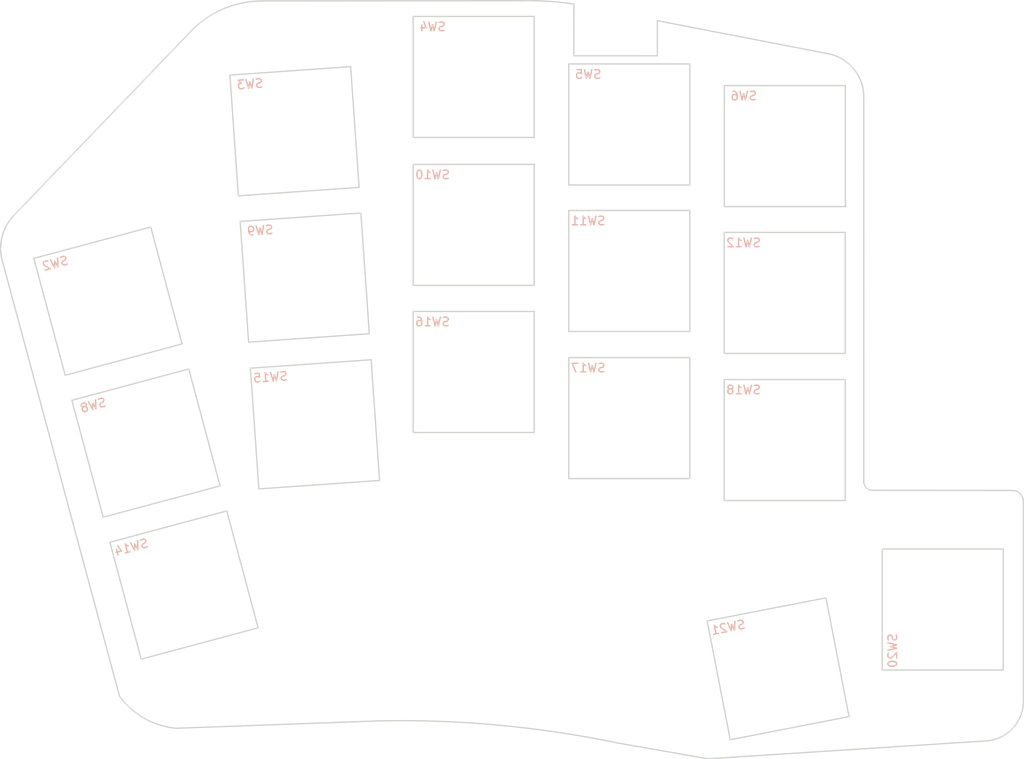
<source format=kicad_pcb>
(kicad_pcb (version 20171130) (host pcbnew "(5.1.10-1-10_14)")

  (general
    (thickness 1.6)
    (drawings 24)
    (tracks 0)
    (zones 0)
    (modules 17)
    (nets 1)
  )

  (page A4)
  (layers
    (0 F.Cu signal)
    (31 B.Cu signal)
    (32 B.Adhes user)
    (33 F.Adhes user)
    (34 B.Paste user)
    (35 F.Paste user)
    (36 B.SilkS user)
    (37 F.SilkS user)
    (38 B.Mask user)
    (39 F.Mask user)
    (40 Dwgs.User user)
    (41 Cmts.User user)
    (42 Eco1.User user)
    (43 Eco2.User user)
    (44 Edge.Cuts user)
    (45 Margin user)
    (46 B.CrtYd user)
    (47 F.CrtYd user)
    (48 B.Fab user)
    (49 F.Fab user)
  )

  (setup
    (last_trace_width 0.25)
    (trace_clearance 0.2)
    (zone_clearance 0.508)
    (zone_45_only no)
    (trace_min 0.2)
    (via_size 0.8)
    (via_drill 0.4)
    (via_min_size 0.4)
    (via_min_drill 0.3)
    (uvia_size 0.3)
    (uvia_drill 0.1)
    (uvias_allowed no)
    (uvia_min_size 0.2)
    (uvia_min_drill 0.1)
    (edge_width 0.05)
    (segment_width 0.2)
    (pcb_text_width 0.3)
    (pcb_text_size 1.5 1.5)
    (mod_edge_width 0.12)
    (mod_text_size 1 1)
    (mod_text_width 0.15)
    (pad_size 3.429 3.429)
    (pad_drill 3.429)
    (pad_to_mask_clearance 0)
    (aux_axis_origin 0 0)
    (visible_elements FFFFFF7F)
    (pcbplotparams
      (layerselection 0x010fc_ffffffff)
      (usegerberextensions false)
      (usegerberattributes true)
      (usegerberadvancedattributes true)
      (creategerberjobfile true)
      (excludeedgelayer true)
      (linewidth 0.100000)
      (plotframeref false)
      (viasonmask false)
      (mode 1)
      (useauxorigin false)
      (hpglpennumber 1)
      (hpglpenspeed 20)
      (hpglpendiameter 15.000000)
      (psnegative false)
      (psa4output false)
      (plotreference true)
      (plotvalue true)
      (plotinvisibletext false)
      (padsonsilk false)
      (subtractmaskfromsilk false)
      (outputformat 1)
      (mirror false)
      (drillshape 0)
      (scaleselection 1)
      (outputdirectory "sweep2gerber"))
  )

  (net 0 "")

  (net_class Default "This is the default net class."
    (clearance 0.2)
    (trace_width 0.25)
    (via_dia 0.8)
    (via_drill 0.4)
    (uvia_dia 0.3)
    (uvia_drill 0.1)
  )

  (module Kailh:SW_PG1350_cut (layer F.Cu) (tedit 5F05DFF4) (tstamp 608AA2DD)
    (at 124.206 97.836 90)
    (descr "Kailh \"Choc\" PG1350 keyswitch, able to be mounted on front or back of PCB")
    (tags kailh,choc)
    (path /604A14C0)
    (fp_text reference SW20 (at 4.98 -5.690001 270) (layer Dwgs.User) hide
      (effects (font (size 1 1) (thickness 0.15)))
    )
    (fp_text value SW_Push (at -0.07 8.170001 270) (layer Dwgs.User) hide
      (effects (font (size 1 1) (thickness 0.15)))
    )
    (fp_line (start 7 7) (end 7 -7) (layer Edge.Cuts) (width 0.15))
    (fp_line (start -7 7) (end -7 -7) (layer Edge.Cuts) (width 0.15))
    (fp_line (start -7 7) (end 7 7) (layer Edge.Cuts) (width 0.15))
    (fp_line (start -7 -7) (end 7 -7) (layer Edge.Cuts) (width 0.15))
    (fp_text user %V (at 0 8.255 90) (layer B.Fab)
      (effects (font (size 1 1) (thickness 0.15)) (justify mirror))
    )
    (fp_text user %R (at -4.76 -5.8 90) (layer B.SilkS)
      (effects (font (size 1 1) (thickness 0.15)) (justify mirror))
    )
  )

  (module Kailh:SW_PG1350_cut (layer F.Cu) (tedit 5F05DFF4) (tstamp 608AA094)
    (at 27.626215 62.16335 15)
    (descr "Kailh \"Choc\" PG1350 keyswitch, able to be mounted on front or back of PCB")
    (tags kailh,choc)
    (path /6049E323)
    (fp_text reference SW2 (at 4.98 -5.69 195) (layer Dwgs.User) hide
      (effects (font (size 1 1) (thickness 0.15)))
    )
    (fp_text value SW_Push (at -0.07 8.17 195) (layer Dwgs.User) hide
      (effects (font (size 1 1) (thickness 0.15)))
    )
    (fp_line (start 7 7) (end 7 -7) (layer Edge.Cuts) (width 0.15))
    (fp_line (start -7 7) (end -7 -7) (layer Edge.Cuts) (width 0.15))
    (fp_line (start -7 7) (end 7 7) (layer Edge.Cuts) (width 0.15))
    (fp_line (start -7 -7) (end 7 -7) (layer Edge.Cuts) (width 0.15))
    (fp_text user %V (at 0 8.255 15) (layer B.Fab)
      (effects (font (size 1 1) (thickness 0.15)) (justify mirror))
    )
    (fp_text user %R (at -4.76 -5.8 15) (layer B.SilkS)
      (effects (font (size 1 1) (thickness 0.15)) (justify mirror))
    )
  )

  (module Kailh:SW_PG1350_cut (layer F.Cu) (tedit 5F05DFF4) (tstamp 608AA0BB)
    (at 49.20797 42.504143 4)
    (descr "Kailh \"Choc\" PG1350 keyswitch, able to be mounted on front or back of PCB")
    (tags kailh,choc)
    (path /6049E7C0)
    (fp_text reference SW3 (at 4.98 -5.69 184) (layer Dwgs.User) hide
      (effects (font (size 1 1) (thickness 0.15)))
    )
    (fp_text value SW_Push (at -0.07 8.17 184) (layer Dwgs.User) hide
      (effects (font (size 1 1) (thickness 0.15)))
    )
    (fp_line (start 7 7) (end 7 -7) (layer Edge.Cuts) (width 0.15))
    (fp_line (start -7 7) (end -7 -7) (layer Edge.Cuts) (width 0.15))
    (fp_line (start -7 7) (end 7 7) (layer Edge.Cuts) (width 0.15))
    (fp_line (start -7 -7) (end 7 -7) (layer Edge.Cuts) (width 0.15))
    (fp_text user %V (at 0 8.255 4) (layer B.Fab)
      (effects (font (size 1 1) (thickness 0.15)) (justify mirror))
    )
    (fp_text user %R (at -4.76 -5.8 4) (layer B.SilkS)
      (effects (font (size 1 1) (thickness 0.15)) (justify mirror))
    )
  )

  (module Kailh:SW_PG1350_cut (layer F.Cu) (tedit 5F05DFF4) (tstamp 608AA0E2)
    (at 69.938 36.224)
    (descr "Kailh \"Choc\" PG1350 keyswitch, able to be mounted on front or back of PCB")
    (tags kailh,choc)
    (path /6049EB70)
    (fp_text reference SW4 (at 4.98 -5.69 180) (layer Dwgs.User) hide
      (effects (font (size 1 1) (thickness 0.15)))
    )
    (fp_text value SW_Push (at -0.07 8.17 180) (layer Dwgs.User) hide
      (effects (font (size 1 1) (thickness 0.15)))
    )
    (fp_line (start 7 7) (end 7 -7) (layer Edge.Cuts) (width 0.15))
    (fp_line (start -7 7) (end -7 -7) (layer Edge.Cuts) (width 0.15))
    (fp_line (start -7 7) (end 7 7) (layer Edge.Cuts) (width 0.15))
    (fp_line (start -7 -7) (end 7 -7) (layer Edge.Cuts) (width 0.15))
    (fp_text user %V (at 0 8.255) (layer B.Fab)
      (effects (font (size 1 1) (thickness 0.15)) (justify mirror))
    )
    (fp_text user %R (at -4.76 -5.8) (layer B.SilkS)
      (effects (font (size 1 1) (thickness 0.15)) (justify mirror))
    )
  )

  (module Kailh:SW_PG1350_cut (layer F.Cu) (tedit 5F05DFF4) (tstamp 608AA109)
    (at 87.938 41.724)
    (descr "Kailh \"Choc\" PG1350 keyswitch, able to be mounted on front or back of PCB")
    (tags kailh,choc)
    (path /6049F636)
    (fp_text reference SW5 (at 4.98 -5.69 180) (layer Dwgs.User) hide
      (effects (font (size 1 1) (thickness 0.15)))
    )
    (fp_text value SW_Push (at -0.07 8.17 180) (layer Dwgs.User) hide
      (effects (font (size 1 1) (thickness 0.15)))
    )
    (fp_line (start 7 7) (end 7 -7) (layer Edge.Cuts) (width 0.15))
    (fp_line (start -7 7) (end -7 -7) (layer Edge.Cuts) (width 0.15))
    (fp_line (start -7 7) (end 7 7) (layer Edge.Cuts) (width 0.15))
    (fp_line (start -7 -7) (end 7 -7) (layer Edge.Cuts) (width 0.15))
    (fp_text user %V (at 0 8.255) (layer B.Fab)
      (effects (font (size 1 1) (thickness 0.15)) (justify mirror))
    )
    (fp_text user %R (at -4.76 -5.8) (layer B.SilkS)
      (effects (font (size 1 1) (thickness 0.15)) (justify mirror))
    )
  )

  (module Kailh:SW_PG1350_cut (layer F.Cu) (tedit 5F05DFF4) (tstamp 608AA157)
    (at 32.026138 78.58409 15)
    (descr "Kailh \"Choc\" PG1350 keyswitch, able to be mounted on front or back of PCB")
    (tags kailh,choc)
    (path /604A6C6C)
    (fp_text reference SW8 (at 4.98 -5.69 195) (layer Dwgs.User) hide
      (effects (font (size 1 1) (thickness 0.15)))
    )
    (fp_text value SW_Push (at -0.07 8.17 195) (layer Dwgs.User) hide
      (effects (font (size 1 1) (thickness 0.15)))
    )
    (fp_line (start 7 7) (end 7 -7) (layer Edge.Cuts) (width 0.15))
    (fp_line (start -7 7) (end -7 -7) (layer Edge.Cuts) (width 0.15))
    (fp_line (start -7 7) (end 7 7) (layer Edge.Cuts) (width 0.15))
    (fp_line (start -7 -7) (end 7 -7) (layer Edge.Cuts) (width 0.15))
    (fp_text user %V (at 0 8.255 15) (layer B.Fab)
      (effects (font (size 1 1) (thickness 0.15)) (justify mirror))
    )
    (fp_text user %R (at -4.76 -5.8 15) (layer B.SilkS)
      (effects (font (size 1 1) (thickness 0.15)) (justify mirror))
    )
  )

  (module Kailh:SW_PG1350_cut (layer F.Cu) (tedit 5F05DFF4) (tstamp 608AA17E)
    (at 50.392017 59.436795 4)
    (descr "Kailh \"Choc\" PG1350 keyswitch, able to be mounted on front or back of PCB")
    (tags kailh,choc)
    (path /604A6D52)
    (fp_text reference SW9 (at 4.98 -5.69 184) (layer Dwgs.User) hide
      (effects (font (size 1 1) (thickness 0.15)))
    )
    (fp_text value SW_Push (at -0.07 8.17 184) (layer Dwgs.User) hide
      (effects (font (size 1 1) (thickness 0.15)))
    )
    (fp_line (start 7 7) (end 7 -7) (layer Edge.Cuts) (width 0.15))
    (fp_line (start -7 7) (end -7 -7) (layer Edge.Cuts) (width 0.15))
    (fp_line (start -7 7) (end 7 7) (layer Edge.Cuts) (width 0.15))
    (fp_line (start -7 -7) (end 7 -7) (layer Edge.Cuts) (width 0.15))
    (fp_text user %V (at 0 8.255 4) (layer B.Fab)
      (effects (font (size 1 1) (thickness 0.15)) (justify mirror))
    )
    (fp_text user %R (at -4.76 -5.8 4) (layer B.SilkS)
      (effects (font (size 1 1) (thickness 0.15)) (justify mirror))
    )
  )

  (module Kailh:SW_PG1350_cut (layer F.Cu) (tedit 5F05DFF4) (tstamp 608AA1CC)
    (at 87.938 58.674)
    (descr "Kailh \"Choc\" PG1350 keyswitch, able to be mounted on front or back of PCB")
    (tags kailh,choc)
    (path /604A6D66)
    (fp_text reference SW11 (at 4.98 -5.69 180) (layer Dwgs.User) hide
      (effects (font (size 1 1) (thickness 0.15)))
    )
    (fp_text value SW_Push (at -0.07 8.17 180) (layer Dwgs.User) hide
      (effects (font (size 1 1) (thickness 0.15)))
    )
    (fp_line (start 7 7) (end 7 -7) (layer Edge.Cuts) (width 0.15))
    (fp_line (start -7 7) (end -7 -7) (layer Edge.Cuts) (width 0.15))
    (fp_line (start -7 7) (end 7 7) (layer Edge.Cuts) (width 0.15))
    (fp_line (start -7 -7) (end 7 -7) (layer Edge.Cuts) (width 0.15))
    (fp_text user %V (at 0 8.255) (layer B.Fab)
      (effects (font (size 1 1) (thickness 0.15)) (justify mirror))
    )
    (fp_text user %R (at -4.76 -5.8) (layer B.SilkS)
      (effects (font (size 1 1) (thickness 0.15)) (justify mirror))
    )
  )

  (module Kailh:SW_PG1350_cut (layer F.Cu) (tedit 5F05DFF4) (tstamp 608AA1F3)
    (at 105.918 61.214)
    (descr "Kailh \"Choc\" PG1350 keyswitch, able to be mounted on front or back of PCB")
    (tags kailh,choc)
    (path /604A6D70)
    (fp_text reference SW12 (at 4.98 -5.69 180) (layer Dwgs.User) hide
      (effects (font (size 1 1) (thickness 0.15)))
    )
    (fp_text value SW_Push (at -0.07 8.17 180) (layer Dwgs.User) hide
      (effects (font (size 1 1) (thickness 0.15)))
    )
    (fp_line (start 7 7) (end 7 -7) (layer Edge.Cuts) (width 0.15))
    (fp_line (start -7 7) (end -7 -7) (layer Edge.Cuts) (width 0.15))
    (fp_line (start -7 7) (end 7 7) (layer Edge.Cuts) (width 0.15))
    (fp_line (start -7 -7) (end 7 -7) (layer Edge.Cuts) (width 0.15))
    (fp_text user %V (at 0 8.255) (layer B.Fab)
      (effects (font (size 1 1) (thickness 0.15)) (justify mirror))
    )
    (fp_text user %R (at -4.76 -5.8) (layer B.SilkS)
      (effects (font (size 1 1) (thickness 0.15)) (justify mirror))
    )
  )

  (module Kailh:SW_PG1350_cut (layer F.Cu) (tedit 5F05DFF4) (tstamp 608AA21A)
    (at 36.426062 95.004829 15)
    (descr "Kailh \"Choc\" PG1350 keyswitch, able to be mounted on front or back of PCB")
    (tags kailh,choc)
    (path /604BAD64)
    (fp_text reference SW14 (at 4.98 -5.69 195) (layer Dwgs.User) hide
      (effects (font (size 1 1) (thickness 0.15)))
    )
    (fp_text value SW_Push (at -0.07 8.17 195) (layer Dwgs.User) hide
      (effects (font (size 1 1) (thickness 0.15)))
    )
    (fp_line (start 7 7) (end 7 -7) (layer Edge.Cuts) (width 0.15))
    (fp_line (start -7 7) (end -7 -7) (layer Edge.Cuts) (width 0.15))
    (fp_line (start -7 7) (end 7 7) (layer Edge.Cuts) (width 0.15))
    (fp_line (start -7 -7) (end 7 -7) (layer Edge.Cuts) (width 0.15))
    (fp_text user %V (at 0 8.255 15) (layer B.Fab)
      (effects (font (size 1 1) (thickness 0.15)) (justify mirror))
    )
    (fp_text user %R (at -4.76 -5.8 15) (layer B.SilkS)
      (effects (font (size 1 1) (thickness 0.15)) (justify mirror))
    )
  )

  (module Kailh:SW_PG1350_cut (layer F.Cu) (tedit 5F05DFF4) (tstamp 608AA241)
    (at 51.579132 76.41334 4)
    (descr "Kailh \"Choc\" PG1350 keyswitch, able to be mounted on front or back of PCB")
    (tags kailh,choc)
    (path /604BAF06)
    (fp_text reference SW15 (at 4.98 -5.69 184) (layer Dwgs.User) hide
      (effects (font (size 1 1) (thickness 0.15)))
    )
    (fp_text value SW_Push (at -0.07 8.17 184) (layer Dwgs.User) hide
      (effects (font (size 1 1) (thickness 0.15)))
    )
    (fp_line (start 7 7) (end 7 -7) (layer Edge.Cuts) (width 0.15))
    (fp_line (start -7 7) (end -7 -7) (layer Edge.Cuts) (width 0.15))
    (fp_line (start -7 7) (end 7 7) (layer Edge.Cuts) (width 0.15))
    (fp_line (start -7 -7) (end 7 -7) (layer Edge.Cuts) (width 0.15))
    (fp_text user %V (at 0 8.255 4) (layer B.Fab)
      (effects (font (size 1 1) (thickness 0.15)) (justify mirror))
    )
    (fp_text user %R (at -4.76 -5.8 4) (layer B.SilkS)
      (effects (font (size 1 1) (thickness 0.15)) (justify mirror))
    )
  )

  (module Kailh:SW_PG1350_cut (layer F.Cu) (tedit 5F05DFF4) (tstamp 608AA268)
    (at 69.938 70.358)
    (descr "Kailh \"Choc\" PG1350 keyswitch, able to be mounted on front or back of PCB")
    (tags kailh,choc)
    (path /604BAF10)
    (fp_text reference SW16 (at 4.98 -5.69 180) (layer Dwgs.User) hide
      (effects (font (size 1 1) (thickness 0.15)))
    )
    (fp_text value SW_Push (at -0.07 8.17 180) (layer Dwgs.User) hide
      (effects (font (size 1 1) (thickness 0.15)))
    )
    (fp_line (start 7 7) (end 7 -7) (layer Edge.Cuts) (width 0.15))
    (fp_line (start -7 7) (end -7 -7) (layer Edge.Cuts) (width 0.15))
    (fp_line (start -7 7) (end 7 7) (layer Edge.Cuts) (width 0.15))
    (fp_line (start -7 -7) (end 7 -7) (layer Edge.Cuts) (width 0.15))
    (fp_text user %V (at 0 8.255) (layer B.Fab)
      (effects (font (size 1 1) (thickness 0.15)) (justify mirror))
    )
    (fp_text user %R (at -4.76 -5.8) (layer B.SilkS)
      (effects (font (size 1 1) (thickness 0.15)) (justify mirror))
    )
  )

  (module Kailh:SW_PG1350_cut (layer F.Cu) (tedit 5F05DFF4) (tstamp 608AA28F)
    (at 87.938 75.692)
    (descr "Kailh \"Choc\" PG1350 keyswitch, able to be mounted on front or back of PCB")
    (tags kailh,choc)
    (path /604BAF1A)
    (fp_text reference SW17 (at 4.98 -5.69 180) (layer Dwgs.User) hide
      (effects (font (size 1 1) (thickness 0.15)))
    )
    (fp_text value SW_Push (at -0.07 8.17 180) (layer Dwgs.User) hide
      (effects (font (size 1 1) (thickness 0.15)))
    )
    (fp_line (start 7 7) (end 7 -7) (layer Edge.Cuts) (width 0.15))
    (fp_line (start -7 7) (end -7 -7) (layer Edge.Cuts) (width 0.15))
    (fp_line (start -7 7) (end 7 7) (layer Edge.Cuts) (width 0.15))
    (fp_line (start -7 -7) (end 7 -7) (layer Edge.Cuts) (width 0.15))
    (fp_text user %V (at 0 8.255) (layer B.Fab)
      (effects (font (size 1 1) (thickness 0.15)) (justify mirror))
    )
    (fp_text user %R (at -4.76 -5.8) (layer B.SilkS)
      (effects (font (size 1 1) (thickness 0.15)) (justify mirror))
    )
  )

  (module Kailh:SW_PG1350_cut (layer F.Cu) (tedit 5F05DFF4) (tstamp 608AA2B6)
    (at 105.918 78.232)
    (descr "Kailh \"Choc\" PG1350 keyswitch, able to be mounted on front or back of PCB")
    (tags kailh,choc)
    (path /604BAF24)
    (fp_text reference SW18 (at 4.98 -5.69 180) (layer Dwgs.User) hide
      (effects (font (size 1 1) (thickness 0.15)))
    )
    (fp_text value SW_Push (at -0.07 8.17 180) (layer Dwgs.User) hide
      (effects (font (size 1 1) (thickness 0.15)))
    )
    (fp_line (start 7 7) (end 7 -7) (layer Edge.Cuts) (width 0.15))
    (fp_line (start -7 7) (end -7 -7) (layer Edge.Cuts) (width 0.15))
    (fp_line (start -7 7) (end 7 7) (layer Edge.Cuts) (width 0.15))
    (fp_line (start -7 -7) (end 7 -7) (layer Edge.Cuts) (width 0.15))
    (fp_text user %V (at 0 8.255) (layer B.Fab)
      (effects (font (size 1 1) (thickness 0.15)) (justify mirror))
    )
    (fp_text user %R (at -4.76 -5.8) (layer B.SilkS)
      (effects (font (size 1 1) (thickness 0.15)) (justify mirror))
    )
  )

  (module Kailh:SW_PG1350_cut (layer F.Cu) (tedit 5F05DFF4) (tstamp 608AA304)
    (at 105.156 104.694 11)
    (descr "Kailh \"Choc\" PG1350 keyswitch, able to be mounted on front or back of PCB")
    (tags kailh,choc)
    (path /604A14CA)
    (fp_text reference SW21 (at 4.98 -5.69 191) (layer Dwgs.User) hide
      (effects (font (size 1 1) (thickness 0.15)))
    )
    (fp_text value SW_Push (at -0.07 8.17 191) (layer Dwgs.User) hide
      (effects (font (size 1 1) (thickness 0.15)))
    )
    (fp_line (start 7 7) (end 7 -7) (layer Edge.Cuts) (width 0.15))
    (fp_line (start -7 7) (end -7 -7) (layer Edge.Cuts) (width 0.15))
    (fp_line (start -7 7) (end 7 7) (layer Edge.Cuts) (width 0.15))
    (fp_line (start -7 -7) (end 7 -7) (layer Edge.Cuts) (width 0.15))
    (fp_text user %V (at 0 8.255 11) (layer B.Fab)
      (effects (font (size 1 1) (thickness 0.15)) (justify mirror))
    )
    (fp_text user %R (at -4.759999 -5.8 11) (layer B.SilkS)
      (effects (font (size 1 1) (thickness 0.15)) (justify mirror))
    )
  )

  (module Kailh:SW_PG1350_cut (layer F.Cu) (tedit 5F05DFF4) (tstamp 608AA130)
    (at 105.938 44.224)
    (descr "Kailh \"Choc\" PG1350 keyswitch, able to be mounted on front or back of PCB")
    (tags kailh,choc)
    (path /6049F698)
    (fp_text reference SW6 (at 4.98 -5.69 180) (layer Dwgs.User) hide
      (effects (font (size 1 1) (thickness 0.15)))
    )
    (fp_text value SW_Push (at -0.07 8.17 180) (layer Dwgs.User) hide
      (effects (font (size 1 1) (thickness 0.15)))
    )
    (fp_line (start 7 7) (end 7 -7) (layer Edge.Cuts) (width 0.15))
    (fp_line (start -7 7) (end -7 -7) (layer Edge.Cuts) (width 0.15))
    (fp_line (start -7 7) (end 7 7) (layer Edge.Cuts) (width 0.15))
    (fp_line (start -7 -7) (end 7 -7) (layer Edge.Cuts) (width 0.15))
    (fp_text user %V (at 0 8.255) (layer B.Fab)
      (effects (font (size 1 1) (thickness 0.15)) (justify mirror))
    )
    (fp_text user %R (at -4.76 -5.8) (layer B.SilkS)
      (effects (font (size 1 1) (thickness 0.15)) (justify mirror))
    )
  )

  (module Kailh:SW_PG1350_cut (layer F.Cu) (tedit 5F05DFF4) (tstamp 608AA1A5)
    (at 69.938 53.34)
    (descr "Kailh \"Choc\" PG1350 keyswitch, able to be mounted on front or back of PCB")
    (tags kailh,choc)
    (path /604A6D5C)
    (fp_text reference SW10 (at 4.98 -5.69 180) (layer Dwgs.User) hide
      (effects (font (size 1 1) (thickness 0.15)))
    )
    (fp_text value SW_Push (at -0.07 8.17 180) (layer Dwgs.User) hide
      (effects (font (size 1 1) (thickness 0.15)))
    )
    (fp_line (start 7 7) (end 7 -7) (layer Edge.Cuts) (width 0.15))
    (fp_line (start -7 7) (end -7 -7) (layer Edge.Cuts) (width 0.15))
    (fp_line (start -7 7) (end 7 7) (layer Edge.Cuts) (width 0.15))
    (fp_line (start -7 -7) (end 7 -7) (layer Edge.Cuts) (width 0.15))
    (fp_text user %V (at 0 8.255) (layer B.Fab)
      (effects (font (size 1 1) (thickness 0.15)) (justify mirror))
    )
    (fp_text user %R (at -4.76 -5.8) (layer B.SilkS)
      (effects (font (size 1 1) (thickness 0.15)) (justify mirror))
    )
  )

  (gr_line (start 91.186 33.782) (end 81.534 33.782) (angle 90) (layer Edge.Cuts) (width 0.15) (tstamp 615413AD))
  (gr_line (start 91.186 33.782) (end 91.189179 29.718) (angle 90) (layer Edge.Cuts) (width 0.15) (tstamp 615413AA))
  (gr_line (start 81.534 33.782) (end 81.530763 27.790181) (angle 90) (layer Edge.Cuts) (width 0.15) (tstamp 615413A7))
  (gr_arc (start 109.967672 38.549349) (end 115.065179 38.841439) (angle -84.49083169) (layer Edge.Cuts) (width 0.15) (tstamp 611916A7))
  (gr_arc (start 116.078 83.027686) (end 115.062 83.058) (angle -90.73840941) (layer Edge.Cuts) (width 0.15) (tstamp 611916A6))
  (gr_line (start 35.549948 111.575617) (end 58.783546 110.725903) (layer Edge.Cuts) (width 0.15) (tstamp 611916A5))
  (gr_line (start 75.437472 27.407567) (end 45.466 27.432) (angle 90) (layer Edge.Cuts) (width 0.15) (tstamp 611916A4))
  (gr_line (start 133.53368 108.458) (end 133.53368 92.202) (angle 90) (layer Edge.Cuts) (width 0.15) (tstamp 611916A3))
  (gr_line (start 110.747799 33.50343) (end 91.186 29.718) (angle 90) (layer Edge.Cuts) (width 0.15) (tstamp 611916A2))
  (gr_line (start 133.53368 92.202) (end 133.53368 85.344) (angle 90) (layer Edge.Cuts) (width 0.15) (tstamp 611916A1))
  (gr_line (start 15.494 57.822) (end 28.960398 107.848346) (angle 90) (layer Edge.Cuts) (width 0.15) (tstamp 611916A0))
  (gr_line (start 132.183836 84.066473) (end 116.121405 84.043211) (angle 90) (layer Edge.Cuts) (width 0.15) (tstamp 6119169F))
  (gr_arc (start 45.466 38.862) (end 45.466 27.432) (angle -47.72631099) (layer Edge.Cuts) (width 0.15) (tstamp 6119169E))
  (gr_arc (start 132.26368 85.334) (end 133.53368 85.344) (angle -94.05555909) (layer Edge.Cuts) (width 0.15) (tstamp 6119169D))
  (gr_line (start 115.062 83.058) (end 115.065179 38.841439) (angle 90) (layer Edge.Cuts) (width 0.15) (tstamp 6119169C))
  (gr_arc (start 20.786299 56.073296) (end 16.845839 52.13132) (angle -63.29582795) (layer Edge.Cuts) (width 0.15) (tstamp 6119169B))
  (gr_line (start 37.008485 31.17335) (end 16.845839 52.13132) (angle 90) (layer Edge.Cuts) (width 0.15) (tstamp 6119169A))
  (gr_arc (start 36.326398 102.514346) (end 28.960398 107.848346) (angle -49.19263052) (layer Edge.Cuts) (width 0.15) (tstamp 61191699))
  (gr_line (start 97.284813 115.091456) (end 129.286 113.03) (layer Edge.Cuts) (width 0.15) (tstamp 611915F8))
  (gr_line (start 86.614 113.284) (end 96.774 115.062) (layer Edge.Cuts) (width 0.15) (tstamp 61191577))
  (gr_arc (start 128.949299 108.458) (end 129.286 113.03) (angle -85.78810506) (layer Edge.Cuts) (width 0.15) (tstamp 61191576))
  (gr_arc (start 76.220684 63.644971) (end 81.530763 27.790181) (angle -9.662406929) (layer Edge.Cuts) (width 0.15) (tstamp 61191575))
  (gr_arc (start 61.491282 233.935279) (end 58.783546 110.725903) (angle 13.02135768) (layer Edge.Cuts) (width 0.15) (tstamp 61191574))
  (gr_arc (start 97.125046 113.418186) (end 96.774 115.062) (angle -17.50894085) (layer Edge.Cuts) (width 0.15) (tstamp 61191573))

)

</source>
